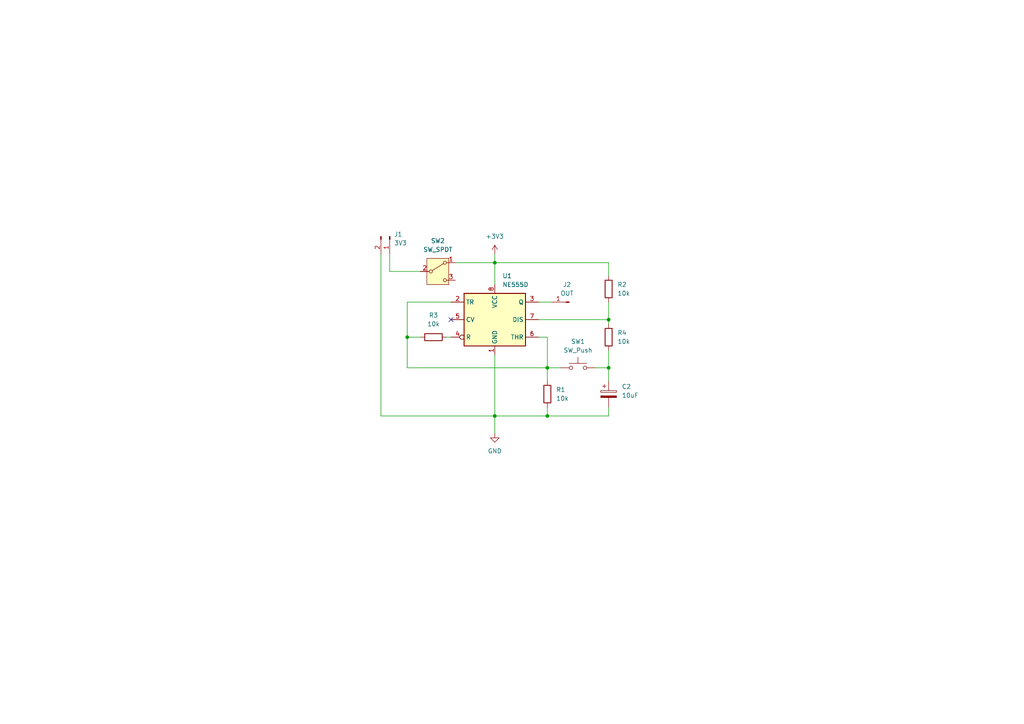
<source format=kicad_sch>
(kicad_sch (version 20230121) (generator eeschema)
  (paper "A4")
  (lib_symbols
    (symbol "Connector:Conn_01x01_Pin" (pin_names (offset 1.016) hide)
      (property "Reference" "J" (at 0 2.54 0))
      (property "Value" "Conn_01x01_Pin" (at 0 -2.54 0))
      (symbol "Conn_01x01_Pin_1_1"
        (polyline (pts (xy 1.27 0) (xy 0.8636 0)) (stroke (width 0.1524)))
        (rectangle (start 0.8636 0.127) (end 0 -0.127) (stroke (width 0.1524)) (fill (type outline)))
        (pin passive line (at 5.08 0 180) (length 3.81) (name "Pin_1") (number "1"))
      )
    )
    (symbol "Connector:Conn_01x02_Pin" (pin_names (offset 1.016) hide)
      (property "Reference" "J" (at 0 2.54 0))
      (property "Value" "Conn_01x02_Pin" (at 0 -5.08 0))
      (symbol "Conn_01x02_Pin_1_1"
        (polyline (pts (xy 1.27 -2.54) (xy 0.8636 -2.54)) (stroke (width 0.1524)))
        (polyline (pts (xy 1.27 0) (xy 0.8636 0)) (stroke (width 0.1524)))
        (rectangle (start 0.8636 -2.413) (end 0 -2.667) (stroke (width 0.1524)) (fill (type outline)))
        (rectangle (start 0.8636 0.127) (end 0 -0.127) (stroke (width 0.1524)) (fill (type outline)))
        (pin passive line (at 5.08 0 180) (length 3.81) (name "Pin_1") (number "1"))
        (pin passive line (at 5.08 -2.54 180) (length 3.81) (name "Pin_2") (number "2"))
      )
    )
    (symbol "Device:C_Polarized" (pin_numbers hide) (pin_names (offset 0.254))
      (property "Reference" "C" (at 0.635 2.54 0))
      (property "Value" "C_Polarized" (at 0.635 -2.54 0))
      (symbol "C_Polarized_0_1"
        (rectangle (start -2.286 0.508) (end 2.286 1.016))
        (polyline (pts (xy -1.778 2.286) (xy -0.762 2.286)))
        (polyline (pts (xy -1.27 2.794) (xy -1.27 1.778)))
        (rectangle (start 2.286 -0.508) (end -2.286 -1.016) (fill (type outline)))
      )
      (symbol "C_Polarized_1_1"
        (pin passive line (at 0 3.81 270) (length 2.794) (name "~") (number "1"))
        (pin passive line (at 0 -3.81 90) (length 2.794) (name "~") (number "2"))
      )
    )
    (symbol "Device:R" (pin_numbers hide) (pin_names (offset 0))
      (property "Reference" "R" (at 2.032 0 90))
      (property "Value" "R" (at 0 0 90))
      (symbol "R_0_1"
        (rectangle (start -1.016 -2.54) (end 1.016 2.54) (stroke (width 0.254)))
      )
      (symbol "R_1_1"
        (pin passive line (at 0 3.81 270) (length 1.27) (name "~") (number "1"))
        (pin passive line (at 0 -3.81 90) (length 1.27) (name "~") (number "2"))
      )
    )
    (symbol "Switch:SW_Push" (pin_numbers hide) (pin_names (offset 1.016) hide)
      (property "Reference" "SW" (at 1.27 2.54 0))
      (property "Value" "SW_Push" (at 0 -1.524 0))
      (symbol "SW_Push_0_1"
        (circle (center -2.032 0) (radius 0.508))
        (polyline (pts (xy 0 1.27) (xy 0 3.048)))
        (polyline (pts (xy 2.54 1.27) (xy -2.54 1.27)))
        (circle (center 2.032 0) (radius 0.508))
        (pin passive line (at -5.08 0 0) (length 2.54) (name "1") (number "1"))
        (pin passive line (at 5.08 0 180) (length 2.54) (name "2") (number "2"))
      )
    )
    (symbol "Switch:SW_SPDT" (pin_names (offset 0) hide)
      (property "Reference" "SW" (at 0 5.08 0))
      (property "Value" "SW_SPDT" (at 0 -5.08 0))
      (symbol "SW_SPDT_0_1"
        (circle (center -2.032 0) (radius 0.4572))
        (polyline (pts (xy -1.651 0.254) (xy 1.651 2.286)))
        (circle (center 2.032 -2.54) (radius 0.4572))
        (circle (center 2.032 2.54) (radius 0.4572))
      )
      (symbol "SW_SPDT_1_1"
        (rectangle (start -3.175 3.81) (end 3.175 -3.81) (fill (type background)))
        (pin passive line (at 5.08 2.54 180) (length 2.54) (name "A") (number "1"))
        (pin passive line (at -5.08 0 0) (length 2.54) (name "B") (number "2"))
        (pin passive line (at 5.08 -2.54 180) (length 2.54) (name "C") (number "3"))
      )
    )
    (symbol "Timer:NE555D"
      (property "Reference" "U" (at -10.16 8.89 0))
      (property "Value" "NE555D" (at 2.54 8.89 0))
      (symbol "NE555D_0_0"
        (pin power_in line (at 0 -10.16 90) (length 2.54) (name "GND") (number "1"))
        (pin power_in line (at 0 10.16 270) (length 2.54) (name "VCC") (number "8"))
      )
      (symbol "NE555D_0_1"
        (rectangle (start -8.89 -7.62) (end 8.89 7.62) (stroke (width 0.254)) (fill (type background)))
        (rectangle (start -8.89 -7.62) (end 8.89 7.62) (stroke (width 0.254)) (fill (type background)))
      )
      (symbol "NE555D_1_1"
        (pin input line (at -12.7 5.08 0) (length 3.81) (name "TR") (number "2"))
        (pin output line (at 12.7 5.08 180) (length 3.81) (name "Q") (number "3"))
        (pin input inverted (at -12.7 -5.08 0) (length 3.81) (name "R") (number "4"))
        (pin input line (at -12.7 0 0) (length 3.81) (name "CV") (number "5"))
        (pin input line (at 12.7 -5.08 180) (length 3.81) (name "THR") (number "6"))
        (pin input line (at 12.7 0 180) (length 3.81) (name "DIS") (number "7"))
      )
    )
    (symbol "power:+3V3" (power) (pin_names (offset 0))
      (property "Value" "+3V3" (at 0 3.556 0))
      (symbol "+3V3_0_1"
        (polyline (pts (xy -0.762 1.27) (xy 0 2.54)))
        (polyline (pts (xy 0 0) (xy 0 2.54)))
        (polyline (pts (xy 0 2.54) (xy 0.762 1.27)))
      )
      (symbol "+3V3_1_1"
        (pin power_in line (at 0 0 90) (length 0) hide (name "+3V3") (number "1"))
      )
    )
    (symbol "power:GND" (power) (pin_names (offset 0))
      (property "Value" "GND" (at 0 -3.81 0))
      (symbol "GND_0_1"
        (polyline (pts (xy 0 0) (xy 0 -1.27) (xy 1.27 -1.27) (xy 0 -2.54) (xy -1.27 -1.27) (xy 0 -1.27)))
      )
      (symbol "GND_1_1"
        (pin power_in line (at 0 0 270) (length 0) hide (name "GND") (number "1"))
      )
    )
  )
  (junction (at 143.51 76.2))
  (junction (at 176.53 106.68))
  (junction (at 158.75 106.68))
  (junction (at 158.75 120.65))
  (junction (at 176.53 92.71))
  (junction (at 118.11 97.79))
  (junction (at 143.51 120.65))
  (no_connect (at 130.81 92.71))
  (wire (pts (xy 176.53 118.11) (xy 176.53 120.65)))
  (wire (pts (xy 110.49 120.65) (xy 110.49 73.66)))
  (wire (pts (xy 118.11 106.68) (xy 158.75 106.68)))
  (wire (pts (xy 176.53 87.63) (xy 176.53 92.71)))
  (wire (pts (xy 176.53 76.2) (xy 176.53 80.01)))
  (wire (pts (xy 176.53 106.68) (xy 176.53 110.49)))
  (wire (pts (xy 158.75 120.65) (xy 176.53 120.65)))
  (wire (pts (xy 158.75 118.11) (xy 158.75 120.65)))
  (wire (pts (xy 143.51 76.2) (xy 176.53 76.2)))
  (wire (pts (xy 158.75 97.79) (xy 156.21 97.79)))
  (wire (pts (xy 118.11 87.63) (xy 130.81 87.63)))
  (wire (pts (xy 113.03 73.66) (xy 113.03 78.74)))
  (wire (pts (xy 143.51 120.65) (xy 143.51 125.73)))
  (wire (pts (xy 158.75 106.68) (xy 158.75 97.79)))
  (wire (pts (xy 158.75 106.68) (xy 162.56 106.68)))
  (wire (pts (xy 143.51 102.87) (xy 143.51 120.65)))
  (wire (pts (xy 121.92 78.74) (xy 113.03 78.74)))
  (wire (pts (xy 156.21 92.71) (xy 176.53 92.71)))
  (wire (pts (xy 176.53 92.71) (xy 176.53 93.98)))
  (wire (pts (xy 118.11 97.79) (xy 121.92 97.79)))
  (wire (pts (xy 132.08 76.2) (xy 143.51 76.2)))
  (wire (pts (xy 172.72 106.68) (xy 176.53 106.68)))
  (wire (pts (xy 143.51 76.2) (xy 143.51 82.55)))
  (wire (pts (xy 143.51 73.66) (xy 143.51 76.2)))
  (wire (pts (xy 176.53 101.6) (xy 176.53 106.68)))
  (wire (pts (xy 118.11 87.63) (xy 118.11 97.79)))
  (wire (pts (xy 118.11 97.79) (xy 118.11 106.68)))
  (wire (pts (xy 143.51 120.65) (xy 158.75 120.65)))
  (wire (pts (xy 158.75 106.68) (xy 158.75 110.49)))
  (wire (pts (xy 129.54 97.79) (xy 130.81 97.79)))
  (wire (pts (xy 156.21 87.63) (xy 160.02 87.63)))
  (wire (pts (xy 143.51 120.65) (xy 110.49 120.65)))
  (symbol (lib_id "power:GND") (at 143.51 125.73 0) (unit 1)
    (property "Reference" "#PWR01" (effects hide))
    (property "Value" "GND" (at 143.51 130.81 0))
  )
  (symbol (lib_id "Timer:NE555D") (at 143.51 92.71 0) (unit 1)
    (property "Reference" "U1" (at 145.7041 80.01 0) (effects (justify left)))
    (property "Value" "NE555D" (at 145.7041 82.55 0) (effects (justify left)))
    (property "Footprint" "Package_DIP:DIP-8_W7.62mm" (effects hide))
    (property "Datasheet" "http://www.ti.com/lit/ds/symlink/ne555.pdf" (effects hide))
  )
  (symbol (lib_id "Switch:SW_SPDT") (at 127 78.74 0) (unit 1)
    (property "Reference" "SW2" (at 127 69.85 0))
    (property "Value" "SW_SPDT" (at 127 72.39 0))
    (property "Footprint" "Connector_PinHeader_2.54mm:PinHeader_1x03_P2.54mm_Vertical" (effects hide))
  )
  (symbol (lib_id "Device:R") (at 158.75 114.3 0) (unit 1)
    (property "Reference" "R1" (at 161.29 113.03 0) (effects (justify left)))
    (property "Value" "10k" (at 161.29 115.57 0) (effects (justify left)))
    (property "Footprint" "Resistor_THT:R_Axial_DIN0204_L3.6mm_D1.6mm_P2.54mm_Vertical" (effects hide))
  )
  (symbol (lib_id "Connector:Conn_01x01_Pin") (at 165.1 87.63 180) (unit 1)
    (property "Reference" "J2" (at 164.465 82.55 0))
    (property "Value" "OUT" (at 164.465 85.09 0))
    (property "Footprint" "Connector_PinHeader_2.54mm:PinHeader_1x01_P2.54mm_Vertical" (effects hide))
  )
  (symbol (lib_id "power:+3V3") (at 143.51 73.66 0) (unit 1)
    (property "Reference" "#PWR02" (effects hide))
    (property "Value" "+3V3" (at 143.51 68.58 0))
  )
  (symbol (lib_id "Device:R") (at 176.53 83.82 0) (unit 1)
    (property "Reference" "R2" (at 179.07 82.55 0) (effects (justify left)))
    (property "Value" "10k" (at 179.07 85.09 0) (effects (justify left)))
    (property "Footprint" "Resistor_THT:R_Axial_DIN0204_L3.6mm_D1.6mm_P2.54mm_Vertical" (effects hide))
  )
  (symbol (lib_id "Device:C_Polarized") (at 176.53 114.3 0) (unit 1)
    (property "Reference" "C2" (at 180.34 112.141 0) (effects (justify left)))
    (property "Value" "10uF" (at 180.34 114.681 0) (effects (justify left)))
    (property "Footprint" "Capacitor_THT:C_Radial_D5.0mm_H7.0mm_P2.00mm" (effects hide))
  )
  (symbol (lib_id "Device:R") (at 176.53 97.79 0) (unit 1)
    (property "Reference" "R4" (at 179.07 96.52 0) (effects (justify left)))
    (property "Value" "10k" (at 179.07 99.06 0) (effects (justify left)))
    (property "Footprint" "Resistor_THT:R_Axial_DIN0204_L3.6mm_D1.6mm_P2.54mm_Vertical" (effects hide))
  )
  (symbol (lib_id "Device:R") (at 125.73 97.79 270) (unit 1)
    (property "Reference" "R3" (at 125.73 91.44 90))
    (property "Value" "10k" (at 125.73 93.98 90))
    (property "Footprint" "Resistor_THT:R_Axial_DIN0204_L3.6mm_D1.6mm_P2.54mm_Vertical" (effects hide))
  )
  (symbol (lib_id "Switch:SW_Push") (at 167.64 106.68 0) (unit 1)
    (property "Reference" "SW1" (at 167.64 99.06 0))
    (property "Value" "SW_Push" (at 167.64 101.6 0))
    (property "Footprint" "Button_Switch_THT:SW_PUSH_6mm" (effects hide))
  )
  (symbol (lib_id "Connector:Conn_01x02_Pin") (at 113.03 68.58 270) (unit 1)
    (property "Reference" "J1" (at 114.3 67.945 90) (effects (justify left)))
    (property "Value" "3V3" (at 114.3 70.485 90) (effects (justify left)))
    (property "Footprint" "Connector_PinHeader_2.54mm:PinHeader_1x02_P2.54mm_Vertical" (effects hide))
  )
)
</source>
